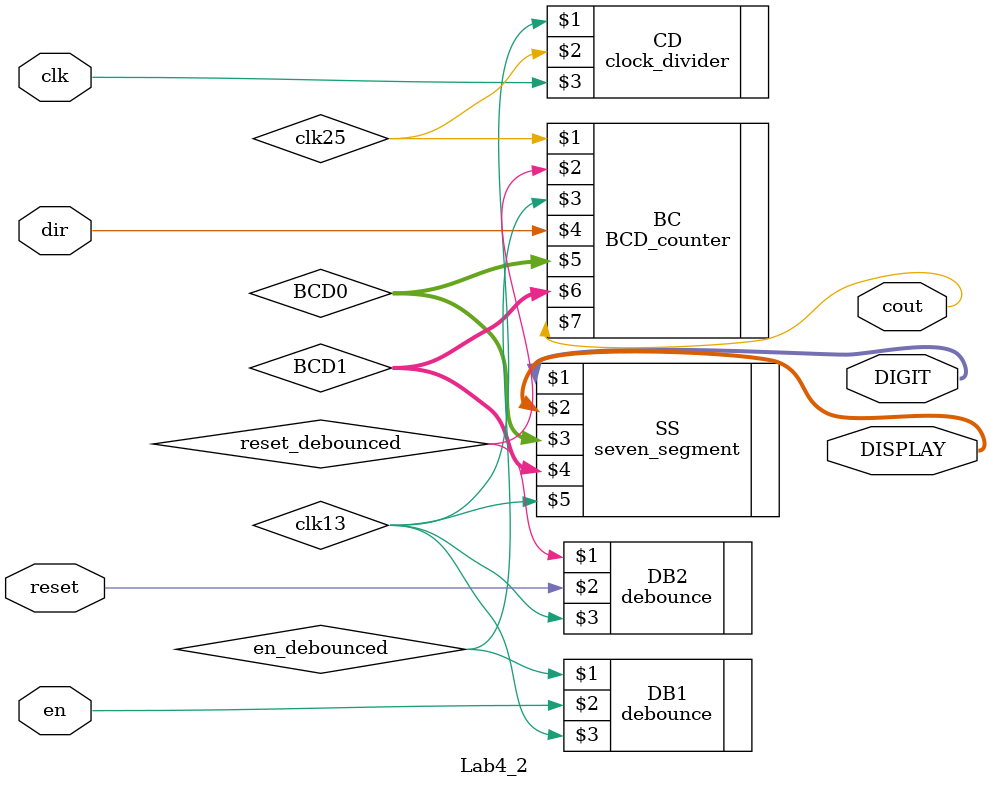
<source format=v>
module Lab4_2( DIGIT, DISPLAY, cout, en, reset, clk, dir);
		
input en;
input reset;
input clk;
input dir;
output [3:0] DIGIT; 
output [6:0] DISPLAY;
output cout;

wire [3:0] BCD0, BCD1; 


clock_divider CD(clk13, clk25, clk);
BCD_counter BC(clk25, reset_debounced, en_debounced, dir, BCD0, BCD1, cout);
seven_segment SS(DIGIT, DISPLAY, BCD0, BCD1, clk13);	
debounce DB1(en_debounced, en, clk13);
debounce DB2(reset_debounced, reset, clk13);

endmodule
</source>
